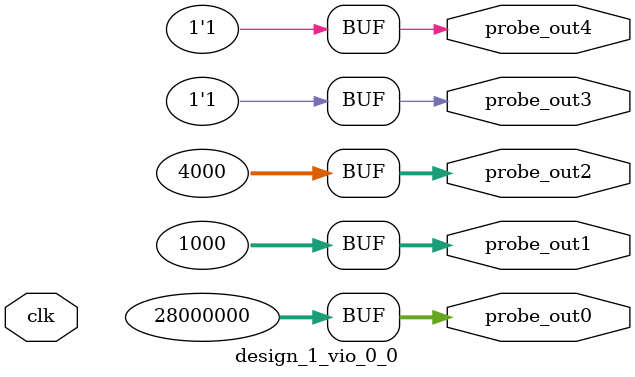
<source format=v>
`timescale 1ns / 1ps
module design_1_vio_0_0 (
clk,

probe_out0,
probe_out1,
probe_out2,
probe_out3,
probe_out4
);

input clk;

output reg [31 : 0] probe_out0 = 'h01AB3F00 ;
output reg [31 : 0] probe_out1 = 'h000003e8 ;
output reg [31 : 0] probe_out2 = 'h00000FA0 ;
output reg [0 : 0] probe_out3 = 'h1 ;
output reg [0 : 0] probe_out4 = 'h1 ;


endmodule

</source>
